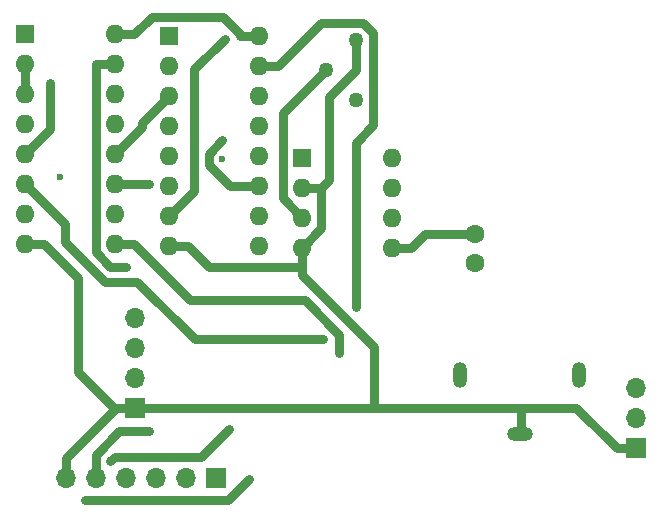
<source format=gbr>
G04 #@! TF.GenerationSoftware,KiCad,Pcbnew,7.0.6*
G04 #@! TF.CreationDate,2024-01-05T11:00:05+01:00*
G04 #@! TF.ProjectId,SN76849 Arduino nano shield,534e3736-3834-4392-9041-726475696e6f,20180905 0.7.06*
G04 #@! TF.SameCoordinates,Original*
G04 #@! TF.FileFunction,Copper,L1,Top*
G04 #@! TF.FilePolarity,Positive*
%FSLAX46Y46*%
G04 Gerber Fmt 4.6, Leading zero omitted, Abs format (unit mm)*
G04 Created by KiCad (PCBNEW 7.0.6) date 2024-01-05 11:00:05*
%MOMM*%
%LPD*%
G01*
G04 APERTURE LIST*
G04 #@! TA.AperFunction,ComponentPad*
%ADD10R,1.600000X1.600000*%
G04 #@! TD*
G04 #@! TA.AperFunction,ComponentPad*
%ADD11O,1.600000X1.600000*%
G04 #@! TD*
G04 #@! TA.AperFunction,ComponentPad*
%ADD12R,1.700000X1.700000*%
G04 #@! TD*
G04 #@! TA.AperFunction,ComponentPad*
%ADD13O,1.700000X1.700000*%
G04 #@! TD*
G04 #@! TA.AperFunction,ComponentPad*
%ADD14C,1.260000*%
G04 #@! TD*
G04 #@! TA.AperFunction,ComponentPad*
%ADD15C,1.600000*%
G04 #@! TD*
G04 #@! TA.AperFunction,ComponentPad*
%ADD16O,1.200000X2.200000*%
G04 #@! TD*
G04 #@! TA.AperFunction,ComponentPad*
%ADD17O,2.200000X1.200000*%
G04 #@! TD*
G04 #@! TA.AperFunction,ViaPad*
%ADD18C,0.600000*%
G04 #@! TD*
G04 #@! TA.AperFunction,Conductor*
%ADD19C,0.750000*%
G04 #@! TD*
G04 APERTURE END LIST*
D10*
X52300000Y-34000000D03*
D11*
X52300000Y-36540000D03*
X52300000Y-39080000D03*
X52300000Y-41620000D03*
X59920000Y-41620000D03*
X59920000Y-39080000D03*
X59920000Y-36540000D03*
X59920000Y-34000000D03*
D12*
X80600000Y-58600000D03*
D13*
X80600000Y-56060000D03*
X80600000Y-53520000D03*
D14*
X56840000Y-29140000D03*
X54300000Y-26600000D03*
X56840000Y-24060000D03*
D15*
X66900000Y-40450000D03*
X66900000Y-42950000D03*
D16*
X65700000Y-52400000D03*
D17*
X70700000Y-57400000D03*
D16*
X75700000Y-52400000D03*
D12*
X45020000Y-61100000D03*
D13*
X42480000Y-61100000D03*
X39940000Y-61100000D03*
X37400000Y-61100000D03*
X34860000Y-61100000D03*
X32320000Y-61100000D03*
D10*
X28850000Y-23550000D03*
D11*
X28850000Y-26090000D03*
X28850000Y-28630000D03*
X28850000Y-31170000D03*
X28850000Y-33710000D03*
X28850000Y-36250000D03*
X28850000Y-38790000D03*
X28850000Y-41330000D03*
X36470000Y-41330000D03*
X36470000Y-38790000D03*
X36470000Y-36250000D03*
X36470000Y-33710000D03*
X36470000Y-31170000D03*
X36470000Y-28630000D03*
X36470000Y-26090000D03*
X36470000Y-23550000D03*
D10*
X41000000Y-23720000D03*
D11*
X41000000Y-26260000D03*
X41000000Y-28800000D03*
X41000000Y-31340000D03*
X41000000Y-33880000D03*
X41000000Y-36420000D03*
X41000000Y-38960000D03*
X41000000Y-41500000D03*
X48620000Y-41500000D03*
X48620000Y-38960000D03*
X48620000Y-36420000D03*
X48620000Y-33880000D03*
X48620000Y-31340000D03*
X48620000Y-28800000D03*
X48620000Y-26260000D03*
X48620000Y-23720000D03*
D12*
X38175000Y-55200000D03*
D13*
X38175000Y-52660000D03*
X38175000Y-50120000D03*
X38175000Y-47580000D03*
D18*
X45732600Y-23943000D03*
X33338800Y-44200800D03*
X39360700Y-57169900D03*
X37407200Y-43222900D03*
X31794500Y-35672800D03*
X46066300Y-56958300D03*
X36036700Y-59724300D03*
X45510000Y-32518000D03*
X30975000Y-27716200D03*
X54091800Y-49368500D03*
X33928800Y-63008500D03*
X47764900Y-61243100D03*
X56849800Y-46612400D03*
X55458600Y-50570400D03*
X39349900Y-36250000D03*
X45494600Y-34126900D03*
D19*
X43165800Y-26509800D02*
X45732600Y-23943000D01*
X43165800Y-36794200D02*
X43165800Y-26509800D01*
X41000000Y-38960000D02*
X43165800Y-36794200D01*
X54300000Y-26600000D02*
X50638900Y-30261100D01*
X50638900Y-37418900D02*
X52300000Y-39080000D01*
X50638900Y-30261100D02*
X50638900Y-37418900D01*
X36799000Y-55200000D02*
X36370500Y-55200000D01*
X52300000Y-43246900D02*
X44373800Y-43246900D01*
X44373800Y-43246900D02*
X42626900Y-41500000D01*
X28850000Y-41330000D02*
X30476900Y-41330000D01*
X53926900Y-39993100D02*
X53926900Y-36541500D01*
X30476900Y-41330000D02*
X30476900Y-41338900D01*
X56840000Y-24060000D02*
X56840000Y-26600000D01*
X41000000Y-41500000D02*
X42626900Y-41500000D01*
X58392000Y-55200000D02*
X58392000Y-49993300D01*
X28850000Y-26090000D02*
X28850000Y-28630000D01*
X78923100Y-58600000D02*
X75523100Y-55200000D01*
X52300000Y-43901300D02*
X52300000Y-43246900D01*
X52300000Y-41620000D02*
X53926900Y-39993100D01*
X54540900Y-28899100D02*
X54540900Y-35924500D01*
X33338800Y-52168300D02*
X33338800Y-44200800D01*
X38175000Y-55200000D02*
X36799000Y-55200000D01*
X52300000Y-42433400D02*
X52300000Y-41620000D01*
X53926900Y-36541500D02*
X53925400Y-36540000D01*
X70800000Y-55200000D02*
X70800000Y-57475000D01*
X32320000Y-59423100D02*
X36370500Y-55372600D01*
X80600000Y-58600000D02*
X78923100Y-58600000D01*
X38175000Y-55200000D02*
X69625000Y-55200000D01*
X52300000Y-42433400D02*
X52300000Y-43246900D01*
X58392000Y-55200000D02*
X38175000Y-55200000D01*
X75523100Y-55200000D02*
X70800000Y-55200000D01*
X54540900Y-35924500D02*
X53925400Y-36540000D01*
X36370500Y-55200000D02*
X33338800Y-52168300D01*
X30476900Y-41338900D02*
X33338800Y-44200800D01*
X52300000Y-36540000D02*
X53925400Y-36540000D01*
X70800000Y-55200000D02*
X58392000Y-55200000D01*
X36370500Y-55372600D02*
X36370500Y-55200000D01*
X58392000Y-49993300D02*
X52300000Y-43901300D01*
X32320000Y-61100000D02*
X32320000Y-59423100D01*
X56840000Y-26600000D02*
X54540900Y-28899100D01*
X46993100Y-23491100D02*
X45595100Y-22093100D01*
X34834800Y-59164900D02*
X34834800Y-61074800D01*
X36829800Y-57169900D02*
X34834800Y-59164900D01*
X39360700Y-57169900D02*
X36829800Y-57169900D01*
X39553800Y-22093100D02*
X38096900Y-23550000D01*
X34834800Y-61074800D02*
X34860000Y-61100000D01*
X36470000Y-23550000D02*
X38096900Y-23550000D01*
X46993100Y-23720000D02*
X46993100Y-23491100D01*
X48620000Y-23720000D02*
X46993100Y-23720000D01*
X45595100Y-22093100D02*
X39553800Y-22093100D01*
X36056900Y-43222900D02*
X34843100Y-42009100D01*
X34843100Y-42009100D02*
X34843100Y-26090000D01*
X37407200Y-43222900D02*
X36056900Y-43222900D01*
X36470000Y-26090000D02*
X34843100Y-26090000D01*
X66900000Y-40450000D02*
X62716900Y-40450000D01*
X59920000Y-41620000D02*
X61546900Y-41620000D01*
X62716900Y-40450000D02*
X61546900Y-41620000D01*
X36036700Y-59724300D02*
X36439100Y-59321900D01*
X43702700Y-59321900D02*
X46066300Y-56958300D01*
X36439100Y-59321900D02*
X43702700Y-59321900D01*
X45509900Y-32518000D02*
X44367700Y-33660200D01*
X44367700Y-33660200D02*
X44367700Y-34593600D01*
X44367700Y-34593600D02*
X46194100Y-36420000D01*
X46194100Y-36420000D02*
X48620000Y-36420000D01*
X28850000Y-33710000D02*
X30975000Y-31585000D01*
X30975000Y-31585000D02*
X30975000Y-27716200D01*
X45510000Y-32518000D02*
X45509900Y-32518000D01*
X28850000Y-36250000D02*
X32235500Y-39635500D01*
X43205100Y-49368500D02*
X54091800Y-49368500D01*
X35621400Y-44515800D02*
X38352400Y-44515800D01*
X32235500Y-39635500D02*
X32235500Y-41129900D01*
X38352400Y-44515800D02*
X43205100Y-49368500D01*
X32235500Y-41129900D02*
X35621400Y-44515800D01*
X47764900Y-61243100D02*
X45999500Y-63008500D01*
X45999500Y-63008500D02*
X33928800Y-63008500D01*
X58304100Y-23462400D02*
X58304100Y-31275000D01*
X42838100Y-46071200D02*
X52543900Y-46071200D01*
X48620000Y-26260000D02*
X50246900Y-26260000D01*
X36470000Y-41330000D02*
X38096900Y-41330000D01*
X50246900Y-26260000D02*
X53933800Y-22573100D01*
X58304100Y-31275000D02*
X56849800Y-32729300D01*
X57414800Y-22573100D02*
X58304100Y-23462400D01*
X38096900Y-41330000D02*
X42838100Y-46071200D01*
X56849800Y-32729300D02*
X56849800Y-46612400D01*
X55458600Y-48985900D02*
X55458600Y-50570400D01*
X53933800Y-22573100D02*
X57414800Y-22573100D01*
X52543900Y-46071200D02*
X55458600Y-48985900D01*
X38096900Y-36250000D02*
X39349900Y-36250000D01*
X36470000Y-36250000D02*
X38096900Y-36250000D01*
X38735000Y-31445000D02*
X36470000Y-33710000D01*
X41000000Y-28800000D02*
X38735000Y-31065000D01*
X38735000Y-31065000D02*
X38735000Y-31445000D01*
M02*

</source>
